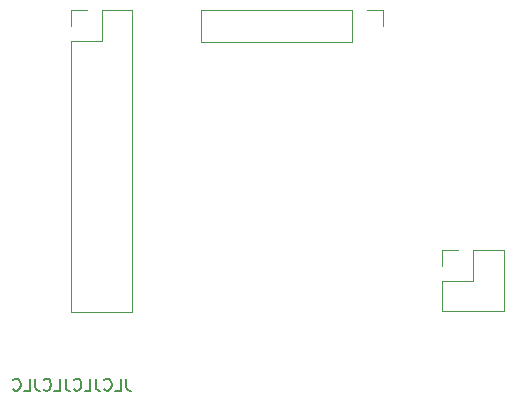
<source format=gbr>
%TF.GenerationSoftware,KiCad,Pcbnew,(6.0.8-1)-1*%
%TF.CreationDate,2022-10-27T21:51:23+08:00*%
%TF.ProjectId,Esp32_AGV_Relay,45737033-325f-4414-9756-5f52656c6179,rev?*%
%TF.SameCoordinates,Original*%
%TF.FileFunction,Legend,Bot*%
%TF.FilePolarity,Positive*%
%FSLAX46Y46*%
G04 Gerber Fmt 4.6, Leading zero omitted, Abs format (unit mm)*
G04 Created by KiCad (PCBNEW (6.0.8-1)-1) date 2022-10-27 21:51:23*
%MOMM*%
%LPD*%
G01*
G04 APERTURE LIST*
%ADD10C,0.150000*%
%ADD11C,0.120000*%
G04 APERTURE END LIST*
D10*
X131619047Y-126452380D02*
X131619047Y-127166666D01*
X131666666Y-127309523D01*
X131761904Y-127404761D01*
X131904761Y-127452380D01*
X132000000Y-127452380D01*
X130666666Y-127452380D02*
X131142857Y-127452380D01*
X131142857Y-126452380D01*
X129761904Y-127357142D02*
X129809523Y-127404761D01*
X129952380Y-127452380D01*
X130047619Y-127452380D01*
X130190476Y-127404761D01*
X130285714Y-127309523D01*
X130333333Y-127214285D01*
X130380952Y-127023809D01*
X130380952Y-126880952D01*
X130333333Y-126690476D01*
X130285714Y-126595238D01*
X130190476Y-126500000D01*
X130047619Y-126452380D01*
X129952380Y-126452380D01*
X129809523Y-126500000D01*
X129761904Y-126547619D01*
X129047619Y-126452380D02*
X129047619Y-127166666D01*
X129095238Y-127309523D01*
X129190476Y-127404761D01*
X129333333Y-127452380D01*
X129428571Y-127452380D01*
X128095238Y-127452380D02*
X128571428Y-127452380D01*
X128571428Y-126452380D01*
X127190476Y-127357142D02*
X127238095Y-127404761D01*
X127380952Y-127452380D01*
X127476190Y-127452380D01*
X127619047Y-127404761D01*
X127714285Y-127309523D01*
X127761904Y-127214285D01*
X127809523Y-127023809D01*
X127809523Y-126880952D01*
X127761904Y-126690476D01*
X127714285Y-126595238D01*
X127619047Y-126500000D01*
X127476190Y-126452380D01*
X127380952Y-126452380D01*
X127238095Y-126500000D01*
X127190476Y-126547619D01*
X126476190Y-126452380D02*
X126476190Y-127166666D01*
X126523809Y-127309523D01*
X126619047Y-127404761D01*
X126761904Y-127452380D01*
X126857142Y-127452380D01*
X125523809Y-127452380D02*
X126000000Y-127452380D01*
X126000000Y-126452380D01*
X124619047Y-127357142D02*
X124666666Y-127404761D01*
X124809523Y-127452380D01*
X124904761Y-127452380D01*
X125047619Y-127404761D01*
X125142857Y-127309523D01*
X125190476Y-127214285D01*
X125238095Y-127023809D01*
X125238095Y-126880952D01*
X125190476Y-126690476D01*
X125142857Y-126595238D01*
X125047619Y-126500000D01*
X124904761Y-126452380D01*
X124809523Y-126452380D01*
X124666666Y-126500000D01*
X124619047Y-126547619D01*
X123904761Y-126452380D02*
X123904761Y-127166666D01*
X123952380Y-127309523D01*
X124047619Y-127404761D01*
X124190476Y-127452380D01*
X124285714Y-127452380D01*
X122952380Y-127452380D02*
X123428571Y-127452380D01*
X123428571Y-126452380D01*
X122047619Y-127357142D02*
X122095238Y-127404761D01*
X122238095Y-127452380D01*
X122333333Y-127452380D01*
X122476190Y-127404761D01*
X122571428Y-127309523D01*
X122619047Y-127214285D01*
X122666666Y-127023809D01*
X122666666Y-126880952D01*
X122619047Y-126690476D01*
X122571428Y-126595238D01*
X122476190Y-126500000D01*
X122333333Y-126452380D01*
X122238095Y-126452380D01*
X122095238Y-126500000D01*
X122047619Y-126547619D01*
D11*
%TO.C,J4*%
X132140000Y-95240000D02*
X129540000Y-95240000D01*
X129540000Y-95240000D02*
X129540000Y-97840000D01*
X126940000Y-97840000D02*
X126940000Y-120760000D01*
X128270000Y-95240000D02*
X126940000Y-95240000D01*
X126940000Y-95240000D02*
X126940000Y-96570000D01*
X129540000Y-97840000D02*
X126940000Y-97840000D01*
X132140000Y-120760000D02*
X126940000Y-120760000D01*
X132140000Y-95240000D02*
X132140000Y-120760000D01*
%TO.C,J8*%
X158380000Y-115540000D02*
X158380000Y-116870000D01*
X160980000Y-115540000D02*
X160980000Y-118140000D01*
X160980000Y-118140000D02*
X158380000Y-118140000D01*
X159710000Y-115540000D02*
X158380000Y-115540000D01*
X163580000Y-115540000D02*
X163580000Y-120740000D01*
X163580000Y-120740000D02*
X158380000Y-120740000D01*
X163580000Y-115540000D02*
X160980000Y-115540000D01*
X158380000Y-118140000D02*
X158380000Y-120740000D01*
%TO.C,J5*%
X137970000Y-97905000D02*
X137970000Y-95245000D01*
X150730000Y-95245000D02*
X137970000Y-95245000D01*
X153330000Y-96575000D02*
X153330000Y-95245000D01*
X153330000Y-95245000D02*
X152000000Y-95245000D01*
X150730000Y-97905000D02*
X150730000Y-95245000D01*
X150730000Y-97905000D02*
X137970000Y-97905000D01*
%TD*%
M02*

</source>
